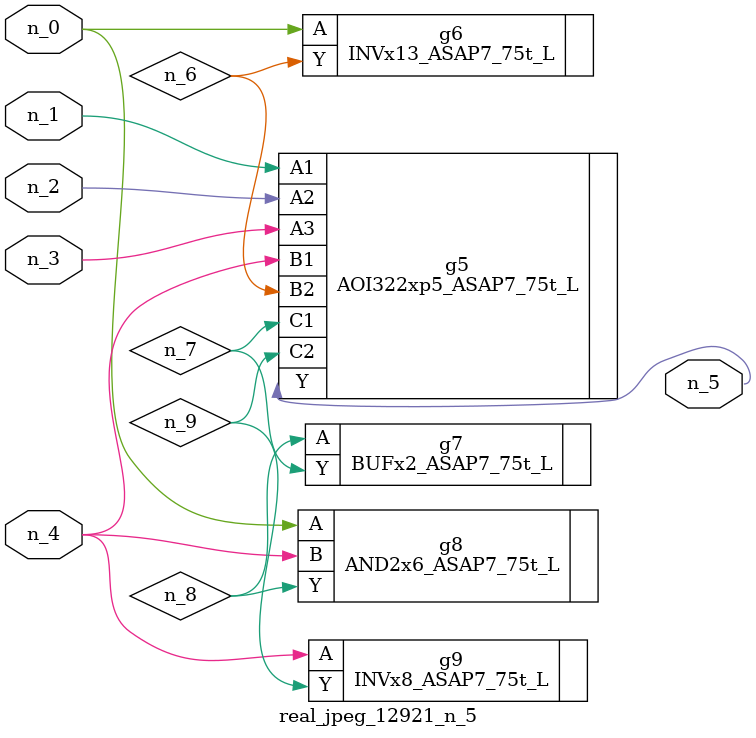
<source format=v>
module real_jpeg_12921_n_5 (n_4, n_0, n_1, n_2, n_3, n_5);

input n_4;
input n_0;
input n_1;
input n_2;
input n_3;

output n_5;

wire n_8;
wire n_6;
wire n_7;
wire n_9;

INVx13_ASAP7_75t_L g6 ( 
.A(n_0),
.Y(n_6)
);

AND2x6_ASAP7_75t_L g8 ( 
.A(n_0),
.B(n_4),
.Y(n_8)
);

AOI322xp5_ASAP7_75t_L g5 ( 
.A1(n_1),
.A2(n_2),
.A3(n_3),
.B1(n_4),
.B2(n_6),
.C1(n_7),
.C2(n_9),
.Y(n_5)
);

INVx8_ASAP7_75t_L g9 ( 
.A(n_4),
.Y(n_9)
);

BUFx2_ASAP7_75t_L g7 ( 
.A(n_8),
.Y(n_7)
);


endmodule
</source>
